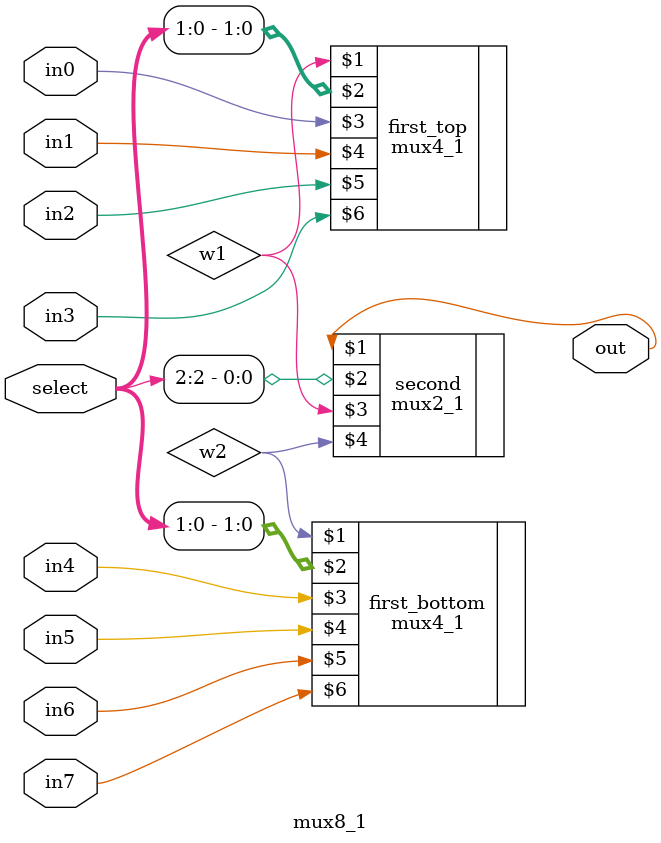
<source format=v>
module mux8_1(out, select, in0, in1, in2, in3, in4, in5, in6, in7);
    input [2:0] select;
    input in0, in1, in2, in3, in4, in5, in6, in7;
    output out;
    wire w1, w2;
    mux4_1 first_top(w1, select[1:0], in0, in1, in2, in3);
    mux4_1 first_bottom(w2, select[1:0], in4, in5, in6, in7);
    mux2_1 second(out, select[2], w1, w2);
endmodule
</source>
